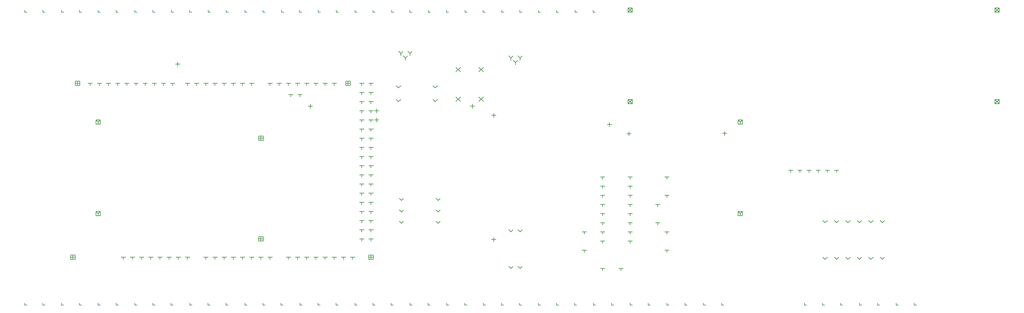
<source format=gbr>
G04 DipTrace 3.3.1.3*
G04 Through.gbr*
%MOIN*%
G04 #@! TF.FileFunction,Plated,1,2,PTH,Drill*
G04 #@! TF.Part,Single*
G04 Drill Symbols*
G04 D=0.019121 - Cross*
G04 D=0.027992 - X*
G04 D=0.031496 - Y*
G04 D=0.035433 - T*
G04 D=0.038005 - V*
G04 D=0.051181 - Clock*
G04 D=0.125 - Box_Cross*
G04 D=0.125984 - Box_X*
G04 D=0.216535 - Box_Y*
%ADD10C,0.007874*%
%FSLAX26Y26*%
G04*
G70*
G90*
G75*
G01*
X2613058Y3891601D2*
D10*
Y3867979D1*
X2636680D1*
X2809908Y3891601D2*
Y3867979D1*
X2833530D1*
X3013058Y3891601D2*
Y3867979D1*
X3036680D1*
X3209908Y3891601D2*
Y3867979D1*
X3233530D1*
X3413058Y3891601D2*
Y3867979D1*
X3436680D1*
X3609908Y3891601D2*
Y3867979D1*
X3633530D1*
X6213058Y3891601D2*
Y3867979D1*
X6236680D1*
X6409908Y3891601D2*
Y3867979D1*
X6433530D1*
X613058Y691601D2*
Y667979D1*
X636680D1*
X809908Y691601D2*
Y667979D1*
X833530D1*
X6613058Y3891601D2*
Y3867979D1*
X6636680D1*
X6809908Y3891601D2*
Y3867979D1*
X6833530D1*
X4613058Y3891601D2*
Y3867979D1*
X4636680D1*
X4809908Y3891601D2*
Y3867979D1*
X4833530D1*
X4364436Y1392979D2*
X4411680D1*
X4388058D2*
Y1369357D1*
X4364436Y1492979D2*
X4411680D1*
X4388058D2*
Y1469357D1*
X4364436Y1592979D2*
X4411680D1*
X4388058D2*
Y1569357D1*
X4364436Y1692979D2*
X4411680D1*
X4388058D2*
Y1669357D1*
X4364436Y1792979D2*
X4411680D1*
X4388058D2*
Y1769357D1*
X4364436Y1892979D2*
X4411680D1*
X4388058D2*
Y1869357D1*
X4364436Y1992979D2*
X4411680D1*
X4388058D2*
Y1969357D1*
X4364436Y2092979D2*
X4411680D1*
X4388058D2*
Y2069357D1*
X4364436Y2192979D2*
X4411680D1*
X4388058D2*
Y2169357D1*
X4364436Y2292979D2*
X4411680D1*
X4388058D2*
Y2269357D1*
X4364436Y2392979D2*
X4411680D1*
X4388058D2*
Y2369357D1*
X4364436Y2492979D2*
X4411680D1*
X4388058D2*
Y2469357D1*
X4364436Y2592979D2*
X4411680D1*
X4388058D2*
Y2569357D1*
X4364436Y2692979D2*
X4411680D1*
X4388058D2*
Y2669357D1*
X4364436Y2792979D2*
X4411680D1*
X4388058D2*
Y2769357D1*
X4364436Y2892979D2*
X4411680D1*
X4388058D2*
Y2869357D1*
X4364436Y2992979D2*
X4411680D1*
X4388058D2*
Y2969357D1*
X4264436Y3092979D2*
X4311680D1*
X4288058D2*
Y3069357D1*
X4264436Y1392979D2*
X4311680D1*
X4288058D2*
Y1369357D1*
X4264436Y1492979D2*
X4311680D1*
X4288058D2*
Y1469357D1*
X4264436Y1592979D2*
X4311680D1*
X4288058D2*
Y1569357D1*
X4264436Y1692979D2*
X4311680D1*
X4288058D2*
Y1669357D1*
X4264436Y1792979D2*
X4311680D1*
X4288058D2*
Y1769357D1*
X4264436Y1892979D2*
X4311680D1*
X4288058D2*
Y1869357D1*
X4264436Y1992979D2*
X4311680D1*
X4288058D2*
Y1969357D1*
X4264436Y2092979D2*
X4311680D1*
X4288058D2*
Y2069357D1*
X4264436Y2192979D2*
X4311680D1*
X4288058D2*
Y2169357D1*
X4264436Y2292979D2*
X4311680D1*
X4288058D2*
Y2269357D1*
X4264436Y2392979D2*
X4311680D1*
X4288058D2*
Y2369357D1*
X4264436Y2492979D2*
X4311680D1*
X4288058D2*
Y2469357D1*
X4264436Y2592979D2*
X4311680D1*
X4288058D2*
Y2569357D1*
X4264436Y2692979D2*
X4311680D1*
X4288058D2*
Y2669357D1*
X4264436Y2792979D2*
X4311680D1*
X4288058D2*
Y2769357D1*
X4264436Y2892979D2*
X4311680D1*
X4288058D2*
Y2869357D1*
X4264436Y2992979D2*
X4311680D1*
X4288058D2*
Y2969357D1*
X4364436Y3092979D2*
X4411680D1*
X4388058D2*
Y3069357D1*
X2164436Y1192979D2*
X2211680D1*
X2188058D2*
Y1169357D1*
X1964436Y1192979D2*
X2011680D1*
X1988058D2*
Y1169357D1*
X1864436Y1192979D2*
X1911680D1*
X1888058D2*
Y1169357D1*
X1764436Y1192979D2*
X1811680D1*
X1788058D2*
Y1169357D1*
X1664436Y1192979D2*
X1711680D1*
X1688058D2*
Y1169357D1*
X3064436Y1192979D2*
X3111680D1*
X3088058D2*
Y1169357D1*
X2964436Y1192979D2*
X3011680D1*
X2988058D2*
Y1169357D1*
X2864436Y1192979D2*
X2911680D1*
X2888058D2*
Y1169357D1*
X2764436Y1192979D2*
X2811680D1*
X2788058D2*
Y1169357D1*
X2664436Y1192979D2*
X2711680D1*
X2688058D2*
Y1169357D1*
X2564436Y1192979D2*
X2611680D1*
X2588058D2*
Y1169357D1*
X2202436Y3092979D2*
X2249680D1*
X2226058D2*
Y3069357D1*
X2102436Y3092979D2*
X2149680D1*
X2126058D2*
Y3069357D1*
X2002436Y3092979D2*
X2049680D1*
X2026058D2*
Y3069357D1*
X1902436Y3092979D2*
X1949680D1*
X1926058D2*
Y3069357D1*
X1802436Y3092979D2*
X1849680D1*
X1826058D2*
Y3069357D1*
X1702436Y3092979D2*
X1749680D1*
X1726058D2*
Y3069357D1*
X1602436Y3092979D2*
X1649680D1*
X1626058D2*
Y3069357D1*
X1501436Y3092979D2*
X1548680D1*
X1525058D2*
Y3069357D1*
X1402436Y3092979D2*
X1449680D1*
X1426058D2*
Y3069357D1*
X1302436Y3092979D2*
X1349680D1*
X1326058D2*
Y3069357D1*
X3064436Y3092979D2*
X3111680D1*
X3088058D2*
Y3069357D1*
X2964436Y3092979D2*
X3011680D1*
X2988058D2*
Y3069357D1*
X2864436Y3092979D2*
X2911680D1*
X2888058D2*
Y3069357D1*
X2764436Y3092979D2*
X2811680D1*
X2788058D2*
Y3069357D1*
X2664436Y3092979D2*
X2711680D1*
X2688058D2*
Y3069357D1*
X2564436Y3092979D2*
X2611680D1*
X2588058D2*
Y3069357D1*
X2464436Y3092979D2*
X2511680D1*
X2488058D2*
Y3069357D1*
X2364436Y3092979D2*
X2411680D1*
X2388058D2*
Y3069357D1*
X3264436Y3092979D2*
X3311680D1*
X3288058D2*
Y3069357D1*
X3364436Y3092979D2*
X3411680D1*
X3388058D2*
Y3069357D1*
X3464436Y3092979D2*
X3511680D1*
X3488058D2*
Y3069357D1*
X3564436Y3092979D2*
X3611680D1*
X3588058D2*
Y3069357D1*
X3664436Y3092979D2*
X3711680D1*
X3688058D2*
Y3069357D1*
X3764436Y3092979D2*
X3811680D1*
X3788058D2*
Y3069357D1*
X3864436Y3092979D2*
X3911680D1*
X3888058D2*
Y3069357D1*
X3964436Y3092979D2*
X4011680D1*
X3988058D2*
Y3069357D1*
X3164436Y1192979D2*
X3211680D1*
X3188058D2*
Y1169357D1*
X3264436Y1192979D2*
X3311680D1*
X3288058D2*
Y1169357D1*
X3464436Y1192979D2*
X3511680D1*
X3488058D2*
Y1169357D1*
X3564436Y1192979D2*
X3611680D1*
X3588058D2*
Y1169357D1*
X3664436Y1192979D2*
X3711680D1*
X3688058D2*
Y1169357D1*
X3764436Y1192979D2*
X3811680D1*
X3788058D2*
Y1169357D1*
X3864436Y1192979D2*
X3911680D1*
X3888058D2*
Y1169357D1*
X3964436Y1192979D2*
X4011680D1*
X3988058D2*
Y1169357D1*
X4064436Y1192979D2*
X4111680D1*
X4088058D2*
Y1169357D1*
X4164436Y1192979D2*
X4211680D1*
X4188058D2*
Y1169357D1*
X2064436Y1192979D2*
X2111680D1*
X2088058D2*
Y1169357D1*
X2364436Y1192979D2*
X2411680D1*
X2388058D2*
Y1169357D1*
X2264436Y1192979D2*
X2311680D1*
X2288058D2*
Y1169357D1*
X1013058Y3891601D2*
Y3867979D1*
X1036680D1*
X1209908Y3891601D2*
Y3867979D1*
X1233530D1*
X5314436Y3266601D2*
X5361680Y3219357D1*
Y3266601D2*
X5314436Y3219357D1*
X5564436Y3266601D2*
X5611680Y3219357D1*
Y3266601D2*
X5564436Y3219357D1*
X9113058Y691601D2*
Y667979D1*
X9136680D1*
X9309908Y691601D2*
Y667979D1*
X9333530D1*
X9506759Y691601D2*
Y667979D1*
X9530381D1*
X5013058Y3891601D2*
Y3867979D1*
X5036680D1*
X5209908Y3891601D2*
Y3867979D1*
X5233530D1*
X5413058Y3891601D2*
Y3867979D1*
X5436680D1*
X5609908Y3891601D2*
Y3867979D1*
X5633530D1*
X5813058Y3891601D2*
Y3867979D1*
X5836680D1*
X6009908Y3891601D2*
Y3867979D1*
X6033530D1*
X1013058Y691601D2*
Y667979D1*
X1036680D1*
X1209908Y691601D2*
Y667979D1*
X1233530D1*
X1413058Y691601D2*
Y667979D1*
X1436680D1*
X1609908Y691601D2*
Y667979D1*
X1633530D1*
X1813058Y691601D2*
Y667979D1*
X1836680D1*
X2009908Y691601D2*
Y667979D1*
X2033530D1*
X2206759Y691601D2*
Y667979D1*
X2230381D1*
X1413058Y3891601D2*
Y3867979D1*
X1436680D1*
X1609908Y3891601D2*
Y3867979D1*
X1633530D1*
X5064436Y3066601D2*
X5088058Y3042979D1*
X5111680Y3066601D1*
X4664436D2*
X4688058Y3042979D1*
X4711680Y3066601D1*
X5314436Y2941601D2*
X5361680Y2894357D1*
Y2941601D2*
X5314436Y2894357D1*
X5564436Y2941601D2*
X5611680Y2894357D1*
Y2941601D2*
X5564436Y2894357D1*
X6813058Y691601D2*
Y667979D1*
X6836680D1*
X7009908Y691601D2*
Y667979D1*
X7033530D1*
X5613058Y691601D2*
Y667979D1*
X5636680D1*
X5809908Y691601D2*
Y667979D1*
X5833530D1*
X6006759Y691601D2*
Y667979D1*
X6030381D1*
X6213058Y691601D2*
Y667979D1*
X6236680D1*
X6409908Y691601D2*
Y667979D1*
X6433530D1*
X6606759Y691601D2*
Y667979D1*
X6630381D1*
X7213058Y691601D2*
Y667979D1*
X7236680D1*
X7409908Y691601D2*
Y667979D1*
X7433530D1*
X7613058Y691601D2*
Y667979D1*
X7636680D1*
X7809908Y691601D2*
Y667979D1*
X7833530D1*
X8013058Y691601D2*
Y667979D1*
X8036680D1*
X8209908Y691601D2*
Y667979D1*
X8233530D1*
X2413058Y691601D2*
Y667979D1*
X2436680D1*
X2609908Y691601D2*
Y667979D1*
X2633530D1*
X2806759Y691601D2*
Y667979D1*
X2830381D1*
X7189436Y1367979D2*
X7236680D1*
X7213058D2*
Y1344357D1*
X7189436Y1467979D2*
X7236680D1*
X7213058D2*
Y1444357D1*
X7189436Y1567979D2*
X7236680D1*
X7213058D2*
Y1544357D1*
X7189436Y1667979D2*
X7236680D1*
X7213058D2*
Y1644357D1*
X7189436Y1767979D2*
X7236680D1*
X7213058D2*
Y1744357D1*
X7189436Y1867979D2*
X7236680D1*
X7213058D2*
Y1844357D1*
X7189436Y1967979D2*
X7236680D1*
X7213058D2*
Y1944357D1*
X7189436Y2067979D2*
X7236680D1*
X7213058D2*
Y2044357D1*
X6889436Y2067979D2*
X6936680D1*
X6913058D2*
Y2044357D1*
X6889436Y1967979D2*
X6936680D1*
X6913058D2*
Y1944357D1*
X6889436Y1867979D2*
X6936680D1*
X6913058D2*
Y1844357D1*
X6889436Y1767979D2*
X6936680D1*
X6913058D2*
Y1744357D1*
X6889436Y1667979D2*
X6936680D1*
X6913058D2*
Y1644357D1*
X6889436Y1567979D2*
X6936680D1*
X6913058D2*
Y1544357D1*
X6889436Y1467979D2*
X6936680D1*
X6913058D2*
Y1444357D1*
X6889436Y1367979D2*
X6936680D1*
X6913058D2*
Y1344357D1*
X9439436Y1191601D2*
X9463058Y1167979D1*
X9486680Y1191601D1*
X9439436Y1591601D2*
X9463058Y1567979D1*
X9486680Y1591601D1*
X9314436Y1191601D2*
X9338058Y1167979D1*
X9361680Y1191601D1*
X9314436Y1591601D2*
X9338058Y1567979D1*
X9361680Y1591601D1*
X9564436Y1191601D2*
X9588058Y1167979D1*
X9611680Y1191601D1*
X9564436Y1591601D2*
X9588058Y1567979D1*
X9611680Y1591601D1*
X9689436Y1191601D2*
X9713058Y1167979D1*
X9736680Y1191601D1*
X9689436Y1591601D2*
X9713058Y1567979D1*
X9736680Y1591601D1*
X9814436Y1191601D2*
X9838058Y1167979D1*
X9861680Y1191601D1*
X9814436Y1591601D2*
X9838058Y1567979D1*
X9861680Y1591601D1*
X9939436Y1191601D2*
X9963058Y1167979D1*
X9986680Y1191601D1*
X9939436Y1591601D2*
X9963058Y1567979D1*
X9986680Y1591601D1*
X4664436Y2916601D2*
X4688058Y2892979D1*
X4711680Y2916601D1*
X5064436D2*
X5088058Y2892979D1*
X5111680Y2916601D1*
X4695079Y1835021D2*
X4718701Y1811399D1*
X4742323Y1835021D1*
X5095079D2*
X5118701Y1811399D1*
X5142323Y1835021D1*
X4695079Y1710021D2*
X4718701Y1686399D1*
X4742323Y1710021D1*
X5095079D2*
X5118701Y1686399D1*
X5142323Y1710021D1*
X4695079Y1585021D2*
X4718701Y1561399D1*
X4742323Y1585021D1*
X5095079D2*
X5118701Y1561399D1*
X5142323Y1585021D1*
X5989436Y3391601D2*
X6013058Y3367979D1*
X6036680Y3391601D1*
X6013058Y3367979D2*
Y3344357D1*
X5939436Y3341601D2*
X5963058Y3317979D1*
X5986680Y3341601D1*
X5963058Y3317979D2*
Y3294357D1*
X5889436Y3391601D2*
X5913058Y3367979D1*
X5936680Y3391601D1*
X5913058Y3367979D2*
Y3344357D1*
X4789436Y3441601D2*
X4813058Y3417979D1*
X4836680Y3441601D1*
X4813058Y3417979D2*
Y3394357D1*
X4739436Y3391601D2*
X4763058Y3367979D1*
X4786680Y3391601D1*
X4763058Y3367979D2*
Y3344357D1*
X4689436Y3441601D2*
X4713058Y3417979D1*
X4736680Y3441601D1*
X4713058Y3417979D2*
Y3394357D1*
X7589436Y1267979D2*
X7636680D1*
X7613058D2*
Y1244357D1*
X7589436Y1467979D2*
X7636680D1*
X7613058D2*
Y1444357D1*
X7489436Y1767979D2*
X7536680D1*
X7513058D2*
Y1744357D1*
X7489436Y1567979D2*
X7536680D1*
X7513058D2*
Y1544357D1*
X7589436Y1867979D2*
X7636680D1*
X7613058D2*
Y1844357D1*
X7589436Y2067979D2*
X7636680D1*
X7613058D2*
Y2044357D1*
X6689436Y1267979D2*
X6736680D1*
X6713058D2*
Y1244357D1*
X6689436Y1467979D2*
X6736680D1*
X6713058D2*
Y1444357D1*
X6889436Y1067979D2*
X6936680D1*
X6913058D2*
Y1044357D1*
X7089436Y1067979D2*
X7136680D1*
X7113058D2*
Y1044357D1*
X3489436Y2967979D2*
X3536680D1*
X3513058D2*
Y2944357D1*
X3589436Y2967979D2*
X3636680D1*
X3613058D2*
Y2944357D1*
X5889436Y1091601D2*
X5913058Y1067979D1*
X5936680Y1091601D1*
X5889436Y1491601D2*
X5913058Y1467979D1*
X5936680Y1491601D1*
X5989436Y1091601D2*
X6013058Y1067979D1*
X6036680Y1091601D1*
X5989436Y1491601D2*
X6013058Y1467979D1*
X6036680Y1491601D1*
X9439436Y2142979D2*
X9486680D1*
X9463058D2*
Y2119357D1*
X8939436Y2142979D2*
X8986680D1*
X8963058D2*
Y2119357D1*
X9339436Y2142979D2*
X9386680D1*
X9363058D2*
Y2119357D1*
X9239436Y2142979D2*
X9286680D1*
X9263058D2*
Y2119357D1*
X9139436Y2142979D2*
X9186680D1*
X9163058D2*
Y2119357D1*
X9039436Y2142979D2*
X9086680D1*
X9063058D2*
Y2119357D1*
X613058Y3891601D2*
Y3867979D1*
X636680D1*
X809908Y3891601D2*
Y3867979D1*
X833530D1*
X1813058Y3891601D2*
Y3867979D1*
X1836680D1*
X2009908Y3891601D2*
Y3867979D1*
X2033530D1*
X2213058Y3891601D2*
Y3867979D1*
X2236680D1*
X2409908Y3891601D2*
Y3867979D1*
X2433530D1*
X3813058Y3891601D2*
Y3867979D1*
X3836680D1*
X4009908Y3891601D2*
Y3867979D1*
X4033530D1*
X4213058Y3891601D2*
Y3867979D1*
X4236680D1*
X4409908Y3891601D2*
Y3867979D1*
X4433530D1*
X9713058Y691601D2*
Y667979D1*
X9736680D1*
X9909908Y691601D2*
Y667979D1*
X9933530D1*
X10113058Y691601D2*
Y667979D1*
X10136680D1*
X10309908Y691601D2*
Y667979D1*
X10333530D1*
X3013058Y691601D2*
Y667979D1*
X3036680D1*
X3209908Y691601D2*
Y667979D1*
X3233530D1*
X3406759Y691601D2*
Y667979D1*
X3430381D1*
X3613058Y691601D2*
Y667979D1*
X3636680D1*
X3809908Y691601D2*
Y667979D1*
X3833530D1*
X4006759Y691601D2*
Y667979D1*
X4030381D1*
X4213058Y691601D2*
Y667979D1*
X4236680D1*
X4409908Y691601D2*
Y667979D1*
X4433530D1*
X4606759Y691601D2*
Y667979D1*
X4630381D1*
X4813058Y691601D2*
Y667979D1*
X4836680D1*
X5009908Y691601D2*
Y667979D1*
X5033530D1*
X5213058Y691601D2*
Y667979D1*
X5236680D1*
X5409908Y691601D2*
Y667979D1*
X5433530D1*
X2281572Y3326976D2*
Y3279732D1*
X2257950Y3303354D2*
X2305194D1*
X5725029Y1409555D2*
Y1362311D1*
X5701407Y1385933D2*
X5748651D1*
X4450580Y2816602D2*
Y2769358D1*
X4426958Y2792980D2*
X4474202D1*
X4450580Y2716602D2*
Y2669358D1*
X4426958Y2692980D2*
X4474202D1*
X8242273Y2570835D2*
Y2523591D1*
X8218651Y2547213D2*
X8265895D1*
X3727549Y2865618D2*
Y2818374D1*
X3703927Y2841996D2*
X3751171D1*
X6988060Y2665618D2*
Y2618374D1*
X6964438Y2641996D2*
X7011682D1*
X5494564Y2865618D2*
Y2818374D1*
X5470942Y2841996D2*
X5518186D1*
X5726848Y2765618D2*
Y2718374D1*
X5703226Y2741996D2*
X5750470D1*
X7199958Y2565618D2*
Y2518374D1*
X7176336Y2541996D2*
X7223580D1*
X1138058Y1216601D2*
Y1169357D1*
X1114436Y1192979D2*
X1161680D1*
X1114436Y1216601D2*
X1161680D1*
Y1169357D1*
X1114436D1*
Y1216601D1*
X1188058Y3116601D2*
Y3069357D1*
X1164436Y3092979D2*
X1211680D1*
X1164436Y3116601D2*
X1211680D1*
Y3069357D1*
X1164436D1*
Y3116601D1*
X3188058Y1416601D2*
Y1369357D1*
X3164436Y1392979D2*
X3211680D1*
X3164436Y1416601D2*
X3211680D1*
Y1369357D1*
X3164436D1*
Y1416601D1*
X3188058Y2516601D2*
Y2469357D1*
X3164436Y2492979D2*
X3211680D1*
X3164436Y2516601D2*
X3211680D1*
Y2469357D1*
X3164436D1*
Y2516601D1*
X4388058Y1216601D2*
Y1169357D1*
X4364436Y1192979D2*
X4411680D1*
X4364436Y1216601D2*
X4411680D1*
Y1169357D1*
X4364436D1*
Y1216601D1*
X4138058Y3116601D2*
Y3069357D1*
X4114436Y3092979D2*
X4161680D1*
X4114436Y3116601D2*
X4161680D1*
Y3069357D1*
X4114436D1*
Y3116601D1*
X1389436Y2691601D2*
X1413058Y2667979D1*
X1436680Y2691601D1*
X1413058Y2667979D2*
Y2644357D1*
X1389436Y2691601D2*
X1436680D1*
Y2644357D1*
X1389436D1*
Y2691601D1*
Y1691601D2*
X1413058Y1667979D1*
X1436680Y1691601D1*
X1413058Y1667979D2*
Y1644357D1*
X1389436Y1691601D2*
X1436680D1*
Y1644357D1*
X1389436D1*
Y1691601D1*
X11189436Y2916601D2*
X11236680Y2869357D1*
Y2916601D2*
X11189436Y2869357D1*
Y2916601D2*
X11236680D1*
Y2869357D1*
X11189436D1*
Y2916601D1*
Y3916601D2*
X11236680Y3869357D1*
Y3916601D2*
X11189436Y3869357D1*
Y3916601D2*
X11236680D1*
Y3869357D1*
X11189436D1*
Y3916601D1*
X7189436D2*
X7236680Y3869357D1*
Y3916601D2*
X7189436Y3869357D1*
Y3916601D2*
X7236680D1*
Y3869357D1*
X7189436D1*
Y3916601D1*
Y2916601D2*
X7236680Y2869357D1*
Y2916601D2*
X7189436Y2869357D1*
Y2916601D2*
X7236680D1*
Y2869357D1*
X7189436D1*
Y2916601D1*
X8389436Y2691601D2*
X8413058Y2667979D1*
X8436680Y2691601D1*
X8413058Y2667979D2*
Y2644357D1*
X8389436Y2691601D2*
X8436680D1*
Y2644357D1*
X8389436D1*
Y2691601D1*
Y1691601D2*
X8413058Y1667979D1*
X8436680Y1691601D1*
X8413058Y1667979D2*
Y1644357D1*
X8389436Y1691601D2*
X8436680D1*
Y1644357D1*
X8389436D1*
Y1691601D1*
M02*

</source>
